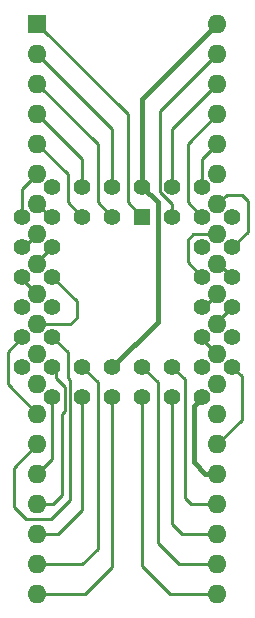
<source format=gtl>
G04 #@! TF.GenerationSoftware,KiCad,Pcbnew,(6.0.4)*
G04 #@! TF.CreationDate,2022-12-30T23:39:26-05:00*
G04 #@! TF.ProjectId,tms7000 plcc adapter,746d7337-3030-4302-9070-6c6363206164,rev?*
G04 #@! TF.SameCoordinates,Original*
G04 #@! TF.FileFunction,Copper,L1,Top*
G04 #@! TF.FilePolarity,Positive*
%FSLAX46Y46*%
G04 Gerber Fmt 4.6, Leading zero omitted, Abs format (unit mm)*
G04 Created by KiCad (PCBNEW (6.0.4)) date 2022-12-30 23:39:26*
%MOMM*%
%LPD*%
G01*
G04 APERTURE LIST*
G04 #@! TA.AperFunction,ComponentPad*
%ADD10R,1.600000X1.600000*%
G04 #@! TD*
G04 #@! TA.AperFunction,ComponentPad*
%ADD11O,1.600000X1.600000*%
G04 #@! TD*
G04 #@! TA.AperFunction,ComponentPad*
%ADD12R,1.422400X1.422400*%
G04 #@! TD*
G04 #@! TA.AperFunction,ComponentPad*
%ADD13C,1.422400*%
G04 #@! TD*
G04 #@! TA.AperFunction,Conductor*
%ADD14C,0.250000*%
G04 #@! TD*
G04 #@! TA.AperFunction,Conductor*
%ADD15C,0.400000*%
G04 #@! TD*
G04 APERTURE END LIST*
D10*
X120116000Y-48531500D03*
D11*
X120116000Y-51071500D03*
X120116000Y-53611500D03*
X120116000Y-56151500D03*
X120116000Y-58691500D03*
X120116000Y-61231500D03*
X120116000Y-63771500D03*
X120116000Y-66311500D03*
X120116000Y-68851500D03*
X120116000Y-71391500D03*
X120116000Y-73931500D03*
X120116000Y-76471500D03*
X120116000Y-79011500D03*
X120116000Y-81551500D03*
X120116000Y-84091500D03*
X120116000Y-86631500D03*
X120116000Y-89171500D03*
X120116000Y-91711500D03*
X120116000Y-94251500D03*
X120116000Y-96791500D03*
X135356000Y-96791500D03*
X135356000Y-94251500D03*
X135356000Y-91711500D03*
X135356000Y-89171500D03*
X135356000Y-86631500D03*
X135356000Y-84091500D03*
X135356000Y-81551500D03*
X135356000Y-79011500D03*
X135356000Y-76471500D03*
X135356000Y-73931500D03*
X135356000Y-71391500D03*
X135356000Y-68851500D03*
X135356000Y-66311500D03*
X135356000Y-63771500D03*
X135356000Y-61231500D03*
X135356000Y-58691500D03*
X135356000Y-56151500D03*
X135356000Y-53611500D03*
X135356000Y-51071500D03*
X135356000Y-48531500D03*
D12*
X129011000Y-64897000D03*
D13*
X126471000Y-62357000D03*
X126471000Y-64897000D03*
X123931000Y-62357000D03*
X123931000Y-64897000D03*
X121391000Y-62357000D03*
X118851000Y-64897000D03*
X121391000Y-64897000D03*
X118851000Y-67437000D03*
X121391000Y-67437000D03*
X118851000Y-69977000D03*
X121391000Y-69977000D03*
X118851000Y-72517000D03*
X121391000Y-72517000D03*
X118851000Y-75057000D03*
X121391000Y-75057000D03*
X118851000Y-77597000D03*
X121391000Y-80137000D03*
X121391000Y-77597000D03*
X123931000Y-80137000D03*
X123931000Y-77597000D03*
X126471000Y-80137000D03*
X126471000Y-77597000D03*
X129011000Y-80137000D03*
X129011000Y-77597000D03*
X131551000Y-80137000D03*
X131551000Y-77597000D03*
X134091000Y-80137000D03*
X136631000Y-77597000D03*
X134091000Y-77597000D03*
X136631000Y-75057000D03*
X134091000Y-75057000D03*
X136631000Y-72517000D03*
X134091000Y-72517000D03*
X136631000Y-69977000D03*
X134091000Y-69977000D03*
X136631000Y-67437000D03*
X134091000Y-67437000D03*
X136631000Y-64897000D03*
X134091000Y-62357000D03*
X134091000Y-64897000D03*
X131551000Y-62357000D03*
X131551000Y-64897000D03*
X129011000Y-62357000D03*
D14*
X127762000Y-63648000D02*
X127762000Y-56177500D01*
X129011000Y-64897000D02*
X127762000Y-63648000D01*
X127762000Y-56177500D02*
X120116000Y-48531500D01*
X125222000Y-63648000D02*
X125222000Y-58717500D01*
X126471000Y-64897000D02*
X125222000Y-63648000D01*
X125222000Y-58717500D02*
X120116000Y-53611500D01*
X122682000Y-63648000D02*
X122682000Y-61257500D01*
X123931000Y-64897000D02*
X122682000Y-63648000D01*
X122682000Y-61257500D02*
X120116000Y-58691500D01*
X130515289Y-62786007D02*
X130515289Y-55912211D01*
X131551000Y-64897000D02*
X131551000Y-63821718D01*
X131551000Y-63821718D02*
X130515289Y-62786007D01*
X130515289Y-55912211D02*
X135356000Y-51071500D01*
X132842000Y-63648000D02*
X132842000Y-58665500D01*
X134091000Y-64897000D02*
X132842000Y-63648000D01*
X132842000Y-58665500D02*
X135356000Y-56151500D01*
X126471000Y-57426500D02*
X120116000Y-51071500D01*
X126471000Y-62357000D02*
X126471000Y-57426500D01*
X123931000Y-59966500D02*
X120116000Y-56151500D01*
X123931000Y-62357000D02*
X123931000Y-59966500D01*
D15*
X129011000Y-62357000D02*
X129011000Y-54876500D01*
X129011000Y-54876500D02*
X135356000Y-48531500D01*
X130302000Y-63648000D02*
X130302000Y-73766000D01*
X129011000Y-62357000D02*
X130302000Y-63648000D01*
X130302000Y-73766000D02*
X126471000Y-77597000D01*
D14*
X131551000Y-57416500D02*
X135356000Y-53611500D01*
X131551000Y-62357000D02*
X131551000Y-57416500D01*
X121391000Y-64897000D02*
X121241500Y-64897000D01*
X121241500Y-64897000D02*
X120116000Y-63771500D01*
X120116000Y-68712000D02*
X121391000Y-67437000D01*
X120116000Y-68851500D02*
X120116000Y-68712000D01*
X123444000Y-73406000D02*
X123444000Y-72030000D01*
X120116000Y-73931500D02*
X122918500Y-73931500D01*
X123444000Y-72030000D02*
X121391000Y-69977000D01*
X122918500Y-73931500D02*
X123444000Y-73406000D01*
X121285718Y-90424000D02*
X122876231Y-88833487D01*
X120116000Y-84091500D02*
X118110000Y-86097500D01*
X122682000Y-76348000D02*
X121391000Y-75057000D01*
X119126000Y-90424000D02*
X121285718Y-90424000D01*
X122876231Y-78680231D02*
X122682000Y-78486000D01*
X118110000Y-89408000D02*
X119126000Y-90424000D01*
X122876231Y-88833487D02*
X122876231Y-78680231D01*
X122682000Y-78486000D02*
X122682000Y-76348000D01*
X118110000Y-86097500D02*
X118110000Y-89408000D01*
X118851000Y-64897000D02*
X118851000Y-62496500D01*
X118851000Y-62496500D02*
X120116000Y-61231500D01*
X118990500Y-67437000D02*
X120116000Y-66311500D01*
X118851000Y-67437000D02*
X118990500Y-67437000D01*
X118851000Y-69977000D02*
X118851000Y-70126500D01*
X118851000Y-70126500D02*
X120116000Y-71391500D01*
X117602000Y-76306000D02*
X117602000Y-79037500D01*
X118851000Y-75057000D02*
X117602000Y-76306000D01*
X117602000Y-79037500D02*
X120116000Y-81551500D01*
X122426711Y-81281289D02*
X122174000Y-81534000D01*
X122174000Y-81534000D02*
X122174000Y-88427000D01*
X121666000Y-77872000D02*
X121666000Y-78488578D01*
X121391000Y-77597000D02*
X121666000Y-77872000D01*
X121666000Y-78488578D02*
X122426711Y-79249289D01*
X121429500Y-89171500D02*
X120116000Y-89171500D01*
X122426711Y-79249289D02*
X122426711Y-81281289D01*
X122174000Y-88427000D02*
X121429500Y-89171500D01*
X125222000Y-92964000D02*
X123934500Y-94251500D01*
X123931000Y-77597000D02*
X125222000Y-78888000D01*
X125222000Y-78888000D02*
X125222000Y-92964000D01*
X123934500Y-94251500D02*
X120116000Y-94251500D01*
X130302000Y-78888000D02*
X130302000Y-92456000D01*
X129011000Y-77597000D02*
X130302000Y-78888000D01*
X132097500Y-94251500D02*
X135356000Y-94251500D01*
X130302000Y-92456000D02*
X132097500Y-94251500D01*
X131551000Y-77597000D02*
X132586711Y-78632711D01*
X132586711Y-88644711D02*
X133113500Y-89171500D01*
X133113500Y-89171500D02*
X135356000Y-89171500D01*
X132586711Y-78632711D02*
X132586711Y-88644711D01*
X137414000Y-82033500D02*
X135356000Y-84091500D01*
X136631000Y-77597000D02*
X137414000Y-78380000D01*
X137414000Y-78380000D02*
X137414000Y-82033500D01*
X121391000Y-85356500D02*
X120116000Y-86631500D01*
X121391000Y-80137000D02*
X121391000Y-85356500D01*
X121902500Y-91711500D02*
X120116000Y-91711500D01*
X123931000Y-89683000D02*
X121902500Y-91711500D01*
X123931000Y-80137000D02*
X123931000Y-89683000D01*
X126471000Y-80137000D02*
X126471000Y-94509000D01*
X126471000Y-94509000D02*
X124188500Y-96791500D01*
X124188500Y-96791500D02*
X120116000Y-96791500D01*
X129011000Y-80137000D02*
X129011000Y-94467000D01*
X129011000Y-94467000D02*
X131335500Y-96791500D01*
X131335500Y-96791500D02*
X135356000Y-96791500D01*
X131551000Y-80137000D02*
X131551000Y-90911000D01*
X131551000Y-90911000D02*
X132351500Y-91711500D01*
X132351500Y-91711500D02*
X135356000Y-91711500D01*
D15*
X133350000Y-85633000D02*
X134348500Y-86631500D01*
X134091000Y-80137000D02*
X133350000Y-80878000D01*
X133350000Y-84074000D02*
X133350000Y-85633000D01*
X134348500Y-86631500D02*
X135356000Y-86631500D01*
X133350000Y-80878000D02*
X133350000Y-84074000D01*
D14*
X134091000Y-75057000D02*
X134091000Y-75206500D01*
X134091000Y-75206500D02*
X135356000Y-76471500D01*
X134230500Y-72517000D02*
X135356000Y-71391500D01*
X134091000Y-72517000D02*
X134230500Y-72517000D01*
X133332500Y-66311500D02*
X132842000Y-66802000D01*
X132842000Y-68728000D02*
X134091000Y-69977000D01*
X132842000Y-66802000D02*
X132842000Y-68728000D01*
X135356000Y-66311500D02*
X133332500Y-66311500D01*
X134091000Y-62357000D02*
X134091000Y-59956500D01*
X134091000Y-59956500D02*
X135356000Y-58691500D01*
X135356000Y-73792000D02*
X136631000Y-72517000D01*
X135356000Y-73931500D02*
X135356000Y-73792000D01*
X135356000Y-68851500D02*
X135505500Y-68851500D01*
X135505500Y-68851500D02*
X136631000Y-69977000D01*
X136144000Y-62992000D02*
X137414000Y-62992000D01*
X137414000Y-62992000D02*
X137922000Y-63500000D01*
X135356000Y-63771500D02*
X135364500Y-63771500D01*
X137922000Y-66146000D02*
X136631000Y-67437000D01*
X137922000Y-63500000D02*
X137922000Y-66146000D01*
X135364500Y-63771500D02*
X136144000Y-62992000D01*
M02*

</source>
